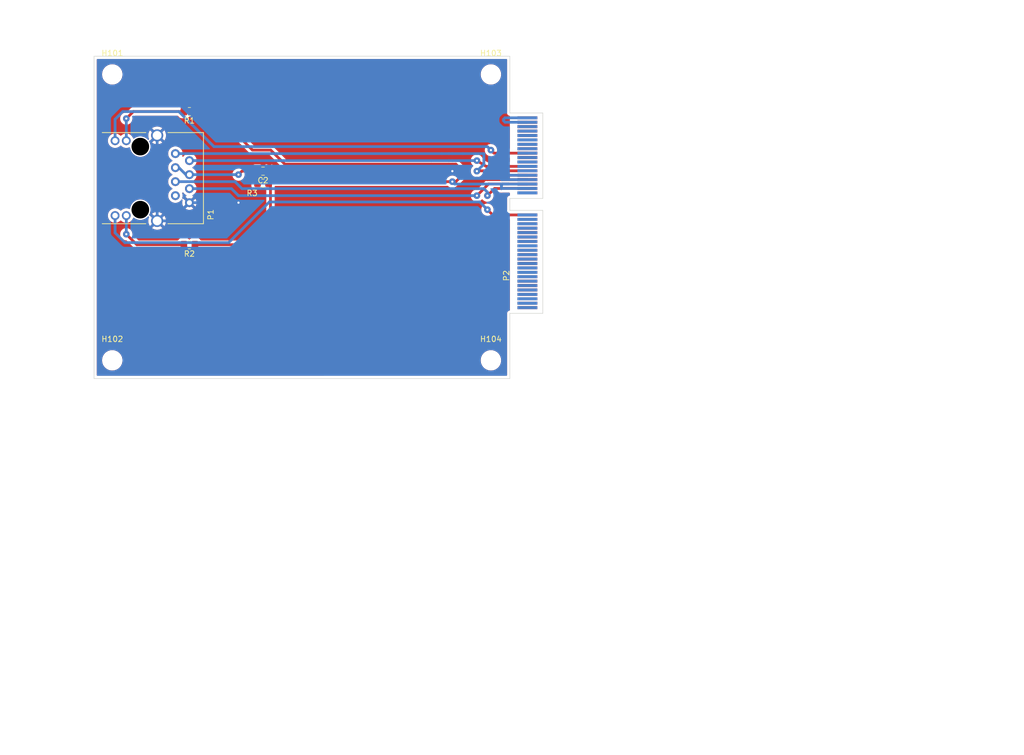
<source format=kicad_pcb>
(kicad_pcb (version 20221018) (generator pcbnew)
  (layers (0 "F.Cu" signal) (31 "B.Cu" signal) (34 "B.Paste" user) (35 "F.Paste" user) (36 "B.SilkS" user "B.Silkscreen") (37 "F.SilkS" user "F.Silkscreen") (38 "B.Mask" user) (39 "F.Mask" user) (44 "Edge.Cuts" user))
  (net 0 "")
  (net 1 "GND")
  (net 2 "Net-(C2-Pad2)")
  (net 3 "LED2")
  (net 4 "TX+")
  (net 5 "TX-")
  (net 6 "RX+")
  (net 7 "RX-")
  (net 8 "LED1")
  (net 10 "Net-(P1-D1)")
  (net 11 "Net-(P1-D3)")
  (net 57 "+3.3V")
  (net 78 "Net-(P2-Pin_78)")
  (footprint "Capacitor_SMD:C_0805_2012Metric_Pad1.18x1.45mm_HandSolder" (layer "F.Cu") (at 142.875 80.01 180)
    (fp_text reference "C2" (at 0 -1.68 180) (layer "F.SilkS"))
    (fp_text value "1n")
    (fp_line (start -0.261252 -0.735) (end 0.261252 -0.735) (stroke (width 0.12)) (layer "F.SilkS"))
    (fp_line (start -0.261252 0.735) (end 0.261252 0.735) (stroke (width 0.12)) (layer "F.SilkS"))
    (pad "1" smd roundrect (at -1.0375 0 180) (size 1.175 1.45) (layers "F.Cu" "F.Paste" "F.Mask") (roundrect_rratio 0.2127659574) (net 1 "GND"))
    (pad "2" smd roundrect (at 1.0375 0 180) (size 1.175 1.45) (layers "F.Cu" "F.Paste" "F.Mask") (roundrect_rratio 0.2127659574) (net 2 "Net-(C2-Pad2)"))
  )
  (footprint "DSOXLAN:cardedge_40x2" (layer "F.Cu") (at 190.754 104.75)
    (fp_text reference "P2" (at -3.8 -5.8 90) (layer "F.SilkS"))
    (fp_text value "CONN_02X40" hide)
    (pad "1" connect rect (at 0 0) (size 3.6 0.55) (layers "F.Cu" "F.Mask"))
    (pad "2" connect rect (at 0 0) (size 3.6 0.55) (layers "B.Cu" "B.Mask"))
    (pad "3" connect rect (at 0 -0.8) (size 3.6 0.55) (layers "F.Cu" "F.Mask"))
    (pad "4" connect rect (at 0 -0.8) (size 3.6 0.55) (layers "B.Cu" "B.Mask"))
    (pad "5" connect rect (at 0 -1.6) (size 3.6 0.55) (layers "F.Cu" "F.Mask"))
    (pad "6" connect rect (at 0 -1.6) (size 3.6 0.55) (layers "B.Cu" "B.Mask"))
    (pad "7" connect rect (at 0 -2.4) (size 3.6 0.55) (layers "F.Cu" "F.Mask"))
    (pad "8" connect rect (at 0 -2.4) (size 3.6 0.55) (layers "B.Cu" "B.Mask"))
    (pad "9" connect rect (at 0 -3.2) (size 3.6 0.55) (layers "F.Cu" "F.Mask"))
    (pad "10" connect rect (at 0 -3.2) (size 3.6 0.55) (layers "B.Cu" "B.Mask"))
    (pad "11" connect rect (at 0 -4) (size 3.6 0.55) (layers "F.Cu" "F.Mask"))
    (pad "12" connect rect (at 0 -4) (size 3.6 0.55) (layers "B.Cu" "B.Mask"))
    (pad "13" connect rect (at 0 -4.8) (size 3.6 0.55) (layers "F.Cu" "F.Mask"))
    (pad "14" connect rect (at 0 -4.8) (size 3.6 0.55) (layers "B.Cu" "B.Mask"))
    (pad "15" connect rect (at 0 -5.6) (size 3.6 0.55) (layers "F.Cu" "F.Mask"))
    (pad "16" connect rect (at 0 -5.6) (size 3.6 0.55) (layers "B.Cu" "B.Mask"))
    (pad "17" connect rect (at 0 -6.4) (size 3.6 0.55) (layers "F.Cu" "F.Mask"))
    (pad "18" connect rect (at 0 -6.4) (size 3.6 0.55) (layers "B.Cu" "B.Mask"))
    (pad "19" connect rect (at 0 -7.2) (size 3.6 0.55) (layers "F.Cu" "F.Mask"))
    (pad "20" connect rect (at 0 -7.2) (size 3.6 0.55) (layers "B.Cu" "B.Mask"))
    (pad "21" connect rect (at 0 -8) (size 3.6 0.55) (layers "F.Cu" "F.Mask"))
    (pad "22" connect rect (at 0 -8) (size 3.6 0.55) (layers "B.Cu" "B.Mask"))
    (pad "23" connect rect (at 0 -8.8) (size 3.6 0.55) (layers "F.Cu" "F.Mask"))
    (pad "24" connect rect (at 0 -8.8) (size 3.6 0.55) (layers "B.Cu" "B.Mask"))
    (pad "25" connect rect (at 0 -9.6) (size 3.6 0.55) (layers "F.Cu" "F.Mask"))
    (pad "26" connect rect (at 0 -9.6) (size 3.6 0.55) (layers "B.Cu" "B.Mask"))
    (pad "27" connect rect (at 0 -10.4) (size 3.6 0.55) (layers "F.Cu" "F.Mask"))
    (pad "28" connect rect (at 0 -10.4) (size 3.6 0.55) (layers "B.Cu" "B.Mask"))
    (pad "29" connect rect (at 0 -11.2) (size 3.6 0.55) (layers "F.Cu" "F.Mask"))
    (pad "30" connect rect (at 0 -11.2) (size 3.6 0.55) (layers "B.Cu" "B.Mask"))
    (pad "31" connect rect (at 0 -12) (size 3.6 0.55) (layers "F.Cu" "F.Mask"))
    (pad "32" connect rect (at 0 -12) (size 3.6 0.55) (layers "B.Cu" "B.Mask"))
    (pad "33" connect rect (at 0 -12.8) (size 3.6 0.55) (layers "F.Cu" "F.Mask"))
    (pad "34" connect rect (at 0 -12.8) (size 3.6 0.55) (layers "B.Cu" "B.Mask"))
    (pad "35" connect rect (at 0 -13.6) (size 3.6 0.55) (layers "F.Cu" "F.Mask"))
    (pad "36" connect rect (at 0 -13.6) (size 3.6 0.55) (layers "B.Cu" "B.Mask"))
    (pad "37" connect rect (at 0 -14.4) (size 3.6 0.55) (layers "F.Cu" "F.Mask"))
    (pad "38" connect rect (at 0 -14.4) (size 3.6 0.55) (layers "B.Cu" "B.Mask"))
    (pad "39" connect rect (at 0 -15.2) (size 3.6 0.55) (layers "F.Cu" "F.Mask"))
    (pad "40" connect rect (at 0 -15.2) (size 3.6 0.55) (layers "B.Cu" "B.Mask"))
    (pad "41" connect rect (at 0 -16) (size 3.6 0.55) (layers "F.Cu" "F.Mask"))
    (pad "42" connect rect (at 0 -16) (size 3.6 0.55) (layers "B.Cu" "B.Mask"))
    (pad "43" connect rect (at 0 -16.8) (size 3.6 0.55) (layers "F.Cu" "F.Mask") (net 3 "LED2"))
    (pad "44" connect rect (at 0 -16.8) (size 3.6 0.55) (layers "B.Cu" "B.Mask"))
    (pad "45" connect rect (at 0 -20.8) (size 3.6 0.55) (layers "F.Cu" "F.Mask"))
    (pad "46" connect rect (at 0 -20.8) (size 3.6 0.55) (layers "B.Cu" "B.Mask"))
    (pad "47" connect rect (at 0 -21.6) (size 3.6 0.55) (layers "F.Cu" "F.Mask") (net 4 "TX+"))
    (pad "48" connect rect (at 0 -21.6) (size 3.6 0.55) (layers "B.Cu" "B.Mask") (net 57 "+3.3V"))
    (pad "49" connect rect (at 0 -22.4) (size 3.6 0.55) (layers "F.Cu" "F.Mask") (net 5 "TX-"))
    (pad "50" connect rect (at 0 -22.4) (size 3.6 0.55) (layers "B.Cu" "B.Mask") (net 57 "+3.3V"))
    (pad "51" connect rect (at 0 -23.2) (size 3.6 0.55) (layers "F.Cu" "F.Mask") (net 1 "GND"))
    (pad "52" connect rect (at 0 -23.2) (size 3.6 0.55) (layers "B.Cu" "B.Mask") (net 1 "GND"))
    (pad "53" connect rect (at 0 -24) (size 3.6 0.55) (layers "F.Cu" "F.Mask") (net 1 "GND"))
    (pad "54" connect rect (at 0 -24) (size 3.6 0.55) (layers "B.Cu" "B.Mask") (net 1 "GND"))
    (pad "55" connect rect (at 0 -24.8) (size 3.6 0.55) (layers "F.Cu" "F.Mask") (net 6 "RX+"))
    (pad "56" connect rect (at 0 -24.8) (size 3.6 0.55) (layers "B.Cu" "B.Mask"))
    (pad "57" connect rect (at 0 -25.6) (size 3.6 0.55) (layers "F.Cu" "F.Mask") (net 7 "RX-"))
    (pad "58" connect rect (at 0 -25.6) (size 3.6 0.55) (layers "B.Cu" "B.Mask"))
    (pad "59" connect rect (at 0 -26.4) (size 3.6 0.55) (layers "F.Cu" "F.Mask"))
    (pad "60" connect rect (at 0 -26.4) (size 3.6 0.55) (layers "B.Cu" "B.Mask"))
    (pad "61" connect rect (at 0 -27.2) (size 3.6 0.55) (layers "F.Cu" "F.Mask"))
    (pad "62" connect rect (at 0 -27.2) (size 3.6 0.55) (layers "B.Cu" "B.Mask"))
    (pad "63" connect rect (at 0 -28) (size 3.6 0.55) (layers "F.Cu" "F.Mask") (net 8 "LED1"))
    (pad "64" connect rect (at 0 -28) (size 3.6 0.55) (layers "B.Cu" "B.Mask"))
    (pad "65" connect rect (at 0 -28.8) (size 3.6 0.55) (layers "F.Cu" "F.Mask"))
    (pad "66" connect rect (at 0 -28.8) (size 3.6 0.55) (layers "B.Cu" "B.Mask"))
    (pad "67" connect rect (at 0 -29.6) (size 3.6 0.55) (layers "F.Cu" "F.Mask"))
    (pad "68" connect rect (at 0 -29.6) (size 3.6 0.55) (layers "B.Cu" "B.Mask"))
    (pad "69" connect rect (at 0 -30.4) (size 3.6 0.55) (layers "F.Cu" "F.Mask"))
    (pad "70" connect rect (at 0 -30.4) (size 3.6 0.55) (layers "B.Cu" "B.Mask"))
    (pad "71" connect rect (at 0 -31.2) (size 3.6 0.55) (layers "F.Cu" "F.Mask"))
    (pad "72" connect rect (at 0 -31.2) (size 3.6 0.55) (layers "B.Cu" "B.Mask"))
    (pad "73" connect rect (at 0 -32) (size 3.6 0.55) (layers "F.Cu" "F.Mask"))
    (pad "74" connect rect (at 0 -32) (size 3.6 0.55) (layers "B.Cu" "B.Mask"))
    (pad "75" connect rect (at 0 -32.8) (size 3.6 0.55) (layers "F.Cu" "F.Mask"))
    (pad "76" connect rect (at 0 -32.8) (size 3.6 0.55) (layers "B.Cu" "B.Mask"))
    (pad "77" connect rect (at 0 -33.6) (size 3.6 0.55) (layers "F.Cu" "F.Mask"))
    (pad "78" connect rect (at 0 -33.6) (size 3.6 0.55) (layers "B.Cu" "B.Mask") (net 78 "Net-(P2-Pin_78)"))
    (pad "79" connect rect (at 0 -34.4) (size 3.6 0.55) (layers "F.Cu" "F.Mask"))
    (pad "80" connect rect (at 0 -34.4) (size 3.6 0.55) (layers "B.Cu" "B.Mask") (net 78 "Net-(P2-Pin_78)"))
  )
  (footprint "Resistor_SMD:R_0805_2012Metric_Pad1.20x1.40mm_HandSolder" (layer "F.Cu") (at 129.54 69.215 180)
    (fp_text reference "R1" (at 0 -1.65 180) (layer "F.SilkS"))
    (fp_text value "220R")
    (fp_line (start -0.227064 -0.735) (end 0.227064 -0.735) (stroke (width 0.12)) (layer "F.SilkS"))
    (fp_line (start -0.227064 0.735) (end 0.227064 0.735) (stroke (width 0.12)) (layer "F.SilkS"))
    (pad "1" smd roundrect (at -1 0 180) (size 1.2 1.4) (layers "F.Cu" "F.Paste" "F.Mask") (roundrect_rratio 0.2083333333) (net 57 "+3.3V"))
    (pad "2" smd roundrect (at 1 0 180) (size 1.2 1.4) (layers "F.Cu" "F.Paste" "F.Mask") (roundrect_rratio 0.2083333333) (net 10 "Net-(P1-D1)"))
  )
  (footprint "Resistor_SMD:R_0805_2012Metric_Pad1.20x1.40mm_HandSolder" (layer "F.Cu") (at 129.54 93.345 180)
    (fp_text reference "R2" (at 0 -1.65 180) (layer "F.SilkS"))
    (fp_text value "220R")
    (fp_line (start -0.227064 -0.735) (end 0.227064 -0.735) (stroke (width 0.12)) (layer "F.SilkS"))
    (fp_line (start -0.227064 0.735) (end 0.227064 0.735) (stroke (width 0.12)) (layer "F.SilkS"))
    (pad "1" smd roundrect (at -1 0 180) (size 1.2 1.4) (layers "F.Cu" "F.Paste" "F.Mask") (roundrect_rratio 0.2083333333) (net 57 "+3.3V"))
    (pad "2" smd roundrect (at 1 0 180) (size 1.2 1.4) (layers "F.Cu" "F.Paste" "F.Mask") (roundrect_rratio 0.2083333333) (net 11 "Net-(P1-D3)"))
  )
  (footprint "Resistor_SMD:R_0805_2012Metric_Pad1.20x1.40mm_HandSolder" (layer "F.Cu") (at 142.875 82.2 180)
    (fp_text reference "R3" (at 1.975 -1.8 180) (layer "F.SilkS"))
    (fp_text value "10R")
    (fp_line (start -0.227064 -0.735) (end 0.227064 -0.735) (stroke (width 0.12)) (layer "F.SilkS"))
    (fp_line (start -0.227064 0.735) (end 0.227064 0.735) (stroke (width 0.12)) (layer "F.SilkS"))
    (pad "1" smd roundrect (at -1 0 180) (size 1.2 1.4) (layers "F.Cu" "F.Paste" "F.Mask") (roundrect_rratio 0.2083333333) (net 57 "+3.3V"))
    (pad "2" smd roundrect (at 1 0 180) (size 1.2 1.4) (layers "F.Cu" "F.Paste" "F.Mask") (roundrect_rratio 0.2083333333) (net 2 "Net-(C2-Pad2)"))
  )
  (footprint "DSOXLAN:ETH-MAGJACK" (layer "F.Cu") (at 120.65 81.28 -90)
    (fp_text reference "P1" (at 6.62 -12.75 90) (layer "F.SilkS"))
    (fp_text value "CNT-RJ45" hide)
    (fp_line (start -8.255 -11.43) (end -8.255 -5) (stroke (width 0.15)) (layer "F.SilkS"))
    (fp_line (start -8.255 -1) (end -8.255 6.9) (stroke (width 0.15)) (layer "F.SilkS"))
    (fp_line (start 8.255 -11.43) (end -8.255 -11.43) (stroke (width 0.15)) (layer "F.SilkS"))
    (fp_line (start 8.255 -5) (end 8.255 -11.43) (stroke (width 0.15)) (layer "F.SilkS"))
    (fp_line (start 8.255 6.9) (end 8.255 -1) (stroke (width 0.15)) (layer "F.SilkS"))
    (pad "" np_thru_hole circle (at -5.715 0 270) (size 3.2 3.2) (drill 3.2) (layers "*.Mask"))
    (pad "" np_thru_hole circle (at 5.715 0 270) (size 3.2 3.2) (drill 3.2) (layers "*.Mask"))
    (pad "1" thru_hole circle (at -4.445 -6.35 270) (size 1.6 1.6) (drill 0.9) (layers "*.Cu" "*.Mask") (net 6 "RX+"))
    (pad "2" thru_hole circle (at -3.175 -8.89 270) (size 1.6 1.6) (drill 0.9) (layers "*.Cu" "*.Mask") (net 7 "RX-"))
    (pad "3" thru_hole circle (at -1.905 -6.35 270) (size 1.6 1.6) (drill 0.9) (layers "*.Cu" "*.Mask") (net 2 "Net-(C2-Pad2)"))
    (pad "4" thru_hole circle (at -0.635 -8.89 270) (size 1.6 1.6) (drill 0.9) (layers "*.Cu" "*.Mask") (net 2 "Net-(C2-Pad2)"))
    (pad "5" thru_hole circle (at 0.635 -6.35 270) (size 1.6 1.6) (drill 0.9) (layers "*.Cu" "*.Mask") (net 4 "TX+"))
    (pad "6" thru_hole circle (at 1.905 -8.89 270) (size 1.6 1.6) (drill 0.9) (layers "*.Cu" "*.Mask") (net 5 "TX-"))
    (pad "7" thru_hole circle (at 3.175 -6.35 270) (size 1.6 1.6) (drill 0.9) (layers "*.Cu" "*.Mask"))
    (pad "8" thru_hole circle (at 4.445 -8.89 270) (size 1.6 1.6) (drill 0.9) (layers "*.Cu" "*.Mask") (net 1 "GND"))
    (pad "9" thru_hole circle (at -7.747 -3.048 270) (size 2.2 2.2) (drill 1.6) (layers "*.Cu" "*.Mask") (net 1 "GND"))
    (pad "10" thru_hole circle (at 7.747 -3.048 270) (size 2.2 2.2) (drill 1.6) (layers "*.Cu" "*.Mask") (net 1 "GND"))
    (pad "11" thru_hole circle (at -6.7818 2.54 270) (size 1.6 1.6) (drill 1) (layers "*.Cu" "*.Mask") (net 10 "Net-(P1-D1)"))
    (pad "12" thru_hole circle (at -6.7818 4.572 270) (size 1.6 1.6) (drill 1) (layers "*.Cu" "*.Mask") (net 8 "LED1"))
    (pad "13" thru_hole circle (at 6.7818 2.54 270) (size 1.6 1.6) (drill 1) (layers "*.Cu" "*.Mask") (net 11 "Net-(P1-D3)"))
    (pad "14" thru_hole circle (at 6.7818 4.572 270) (size 1.6 1.6) (drill 1) (layers "*.Cu" "*.Mask") (net 3 "LED2"))
  )
  (footprint "MountingHole:MountingHole_3.2mm_M3_ISO7380" (layer "F.Cu") (at 115.57 114.3)
    (fp_text reference "H102" (at 0 -3.85) (layer "F.SilkS"))
    (fp_text value "MountingHole")
    (pad "" np_thru_hole circle (at 0 0) (size 3.2 3.2) (drill 3.2) (layers "*.Cu" "*.Mask"))
  )
  (footprint "MountingHole:MountingHole_3.2mm_M3_ISO7380" (layer "F.Cu") (at 115.57 62.484)
    (fp_text reference "H101" (at 0 -3.85) (layer "F.SilkS"))
    (fp_text value "MountingHole")
    (pad "" np_thru_hole circle (at 0 0) (size 3.2 3.2) (drill 3.2) (layers "*.Cu" "*.Mask"))
  )
  (footprint "MountingHole:MountingHole_3.2mm_M3_ISO7380" (layer "F.Cu") (at 184.15 62.484)
    (fp_text reference "H103" (at 0 -3.85) (layer "F.SilkS"))
    (fp_text value "MountingHole")
    (pad "" np_thru_hole circle (at 0 0) (size 3.2 3.2) (drill 3.2) (layers "*.Cu" "*.Mask"))
  )
  (footprint "MountingHole:MountingHole_3.2mm_M3_ISO7380" (layer "F.Cu") (at 184.15 114.3)
    (fp_text reference "H104" (at 0 -3.85) (layer "F.SilkS"))
    (fp_text value "MountingHole")
    (pad "" np_thru_hole circle (at 0 0) (size 3.2 3.2) (drill 3.2) (layers "*.Cu" "*.Mask"))
  )
  (footprint "Symbol:OSHW-Symbol_6.7x6mm_Copper" (layer "F.Cu") (at 149.4 112.8)
    (fp_text reference "SYM101" hide)
    (fp_text value "Logo_Open_Hardware_Small" hide)
    (fp_poly (pts (xy 0.555814 -2.531069) (xy 0.639635 -2.086445) (xy 0.94892 -1.958947) (xy 1.258206 -1.831449) (xy 1.629246 -2.083754) (xy 1.733157 -2.154004) (xy 1.827087 -2.216728) (xy 1.906652 -2.269062) (xy 1.96747 -2.308143) (xy 2.005157 -2.331107) (xy 2.015421 -2.336058) (xy 2.03391 -2.323324) (xy 2.07342 -2.288118) (xy 2.129522 -2.234938) (xy 2.197787 -2.168282) (xy 2.273786 -2.092646) (xy 2.353092 -2.012528) (xy 2.431275 -1.932426) (xy 2.503907 -1.856836) (xy 2.566559 -1.790255) (xy 2.614803 -1.737182) (xy 2.64421 -1.702113) (xy 2.651241 -1.690377) (xy 2.641123 -1.66874) (xy 2.612759 -1.621338) (xy 2.569129 -1.552807) (xy 2.513218 -1.467785) (xy 2.448006 -1.370907) (xy 2.410219 -1.31565) (xy 2.341343 -1.214752) (xy 2.28014 -1.123701) (xy 2.229578 -1.04703) (xy 2.192628 -0.989272) (xy 2.172258 -0.954957) (xy 2.169197 -0.947746) (xy 2.176136 -0.927252) (xy 2.195051 -0.879487) (xy 2.223087 -0.811168) (xy 2.257391 -0.729011) (xy 2.295109 -0.63973) (xy 2.333387 -0.550042) (xy 2.36937 -0.466662) (xy 2.400206 -0.396306) (xy 2.423039 -0.34569) (xy 2.435017 -0.321529) (xy 2.435724 -0.320578) (xy 2.454531 -0.315964) (xy 2.504618 -0.305672) (xy 2.580793 -0.290713) (xy 2.677865 -0.272099) (xy 2.790643 -0.250841) (xy 2.856442 -0.238582) (xy 2.97695 -0.215638) (xy 3.085797 -0.193805) (xy 3.177476 -0.174278) (xy 3.246481 -0.158252) (xy 3.287304 -0.146921) (xy 3.295511 -0.143326) (xy 3.303548 -0.118994) (xy 3.310033 -0.064041) (xy 3.31497 0.015108) (xy 3.318364 0.112026) (xy 3.320218 0.220287) (xy 3.320538 0.333465) (xy 3.319327 0.445135) (xy 3.31659 0.548868) (xy 3.312331 0.638241) (xy 3.306555 0.706826) (xy 3.299267 0.748197) (xy 3.294895 0.75681) (xy 3.268764 0.767133) (xy 3.213393 0.781892) (xy 3.136107 0.799352) (xy 3.04423 0.81778) (xy 3.012158 0.823741) (xy 2.857524 0.852066) (xy 2.735375 0.874876) (xy 2.641673 0.89308) (xy 2.572384 0.907583) (xy 2.523471 0.919292) (xy 2.490897 0.929115) (xy 2.470628 0.937956) (xy 2.458626 0.946724) (xy 2.456947 0.948457) (xy 2.440184 0.976371) (xy 2.414614 1.030695) (xy 2.382788 1.104777) (xy 2.34726 1.191965) (xy 2.310583 1.285608) (xy 2.275311 1.379052) (xy 2.243996 1.465647) (xy 2.219193 1.53874) (xy 2.203454 1.591678) (xy 2.199332 1.617811) (xy 2.199676 1.618726) (xy 2.213641 1.640086) (xy 2.245322 1.687084) (xy 2.291391 1.754827) (xy 2.348518 1.838423) (xy 2.413373 1.932982) (xy 2.431843 1.959854) (xy 2.497699 2.057275) (xy 2.55565 2.146163) (xy 2.602538 2.221412) (xy 2.635207 2.27792) (xy 2.6505 2.310581) (xy 2.651241 2.314593) (xy 2.638392 2.335684) (xy 2.602888 2.377464) (xy 2.549293 2.435445) (xy 2.482171 2.505135) (xy 2.406087 2.582045) (xy 2.325604 2.661683) (xy 2.245287 2.739561) (xy 2.169699 2.811186) (xy 2.103405 2.87207) (xy 2.050969 2.917721) (xy 2.016955 2.94365) (xy 2.007545 2.947883) (xy 1.985643 2.937912) (xy 1.9408 2.91102) (xy 1.880321 2.871736) (xy 1.833789 2.840117) (xy 1.749475 2.782098) (xy 1.649626 2.713784) (xy 1.549473 2.645579) (xy 1.495627 2.609075) (xy 1.313371 2.4858) (xy 1.160381 2.56852) (xy 1.090682 2.604759) (xy 1.031414 2.632926) (xy 0.991311 2.648991) (xy 0.981103 2.651226) (xy 0.968829 2.634722) (xy 0.944613 2.588082) (xy 0.910263 2.515609) (xy 0.867588 2.421606) (xy 0.818394 2.310374) (xy 0.76449 2.186215) (xy 0.707684 2.053432) (xy 0.649782 1.916327) (xy 0.592593 1.779202) (xy 0.537924 1.646358) (xy 0.487584 1.522098) (xy 0.44338 1.410725) (xy 0.407119 1.316539) (xy 0.380609 1.243844) (xy 0.365658 1.196941) (xy 0.363254 1.180833) (xy 0.382311 1.160286) (xy 0.424036 1.126933) (xy 0.479706 1.087702) (xy 0.484378 1.084599) (xy 0.628264 0.969423) (xy 0.744283 0.835053) (xy 0.83143 0.685784) (xy 0.888699 0.525913) (xy 0.915086 0.359737) (xy 0.909585 0.191552) (xy 0.87119 0.025655) (xy 0.798895 -0.133658) (xy 0.777626 -0.168513) (xy 0.666996 -0.309263) (xy 0.536302 -0.422286) (xy 0.390064 -0.506997) (xy 0.232808 -0.562806) (xy 0.069057 -0.589126) (xy -0.096667 -0.58537) (xy -0.259838 -0.55095) (xy -0.415935 -0.485277) (xy -0.560433 -0.387765) (xy -0.605131 -0.348187) (xy -0.718888 -0.224297) (xy -0.801782 -0.093876) (xy -0.858644 0.052315) (xy -0.890313 0.197088) (xy -0.898131 0.35986) (xy -0.872062 0.52344) (xy -0.814755 0.682298) (xy -0.728856 0.830906) (xy -0.617014 0.963735) (xy -0.481877 1.075256) (xy -0.464117 1.087011) (xy -0.40785 1.125508) (xy -0.365077 1.158863) (xy -0.344628 1.18016) (xy -0.344331 1.180833) (xy -0.348721 1.203871) (xy -0.366124 1.256157) (xy -0.394732 1.33339) (xy -0.432735 1.431268) (xy -0.478326 1.545491) (xy -0.529697 1.671758) (xy -0.585038 1.805767) (xy -0.642542 1.943218) (xy -0.700399 2.079808) (xy -0.756802 2.211237) (xy -0.809942 2.333205) (xy -0.85801 2.441409) (xy -0.899199 2.531549) (xy -0.931699 2.599323) (xy -0.953703 2.64043) (xy -0.962564 2.651226) (xy -0.98964 2.642819) (xy -1.040303 2.620272) (xy -1.105817 2.587613) (xy -1.141841 2.56852) (xy -1.294832 2.4858) (xy -1.477088 2.609075) (xy -1.570125 2.672228) (xy -1.671985 2.741727) (xy -1.767438 2.807165) (xy -1.81525 2.840117) (xy -1.882495 2.885273) (xy -1.939436 2.921057) (xy -1.978646 2.942938) (xy -1.991381 2.947563) (xy -2.009917 2.935085) (xy -2.050941 2.900252) (xy -2.110475 2.846678) (xy -2.184542 2.777983) (xy -2.269165 2.697781) (xy -2.322685 2.646286) (xy -2.416319 2.554286) (xy -2.497241 2.471999) (xy -2.562177 2.402945) (xy -2.607858 2.350644) (xy -2.631011 2.318616) (xy -2.633232 2.312116) (xy -2.622924 2.287394) (xy -2.594439 2.237405) (xy -2.550937 2.167212) (xy -2.495577 2.081875) (xy -2.43152 1.986456) (xy -2.413303 1.959854) (xy -2.346927 1.863167) (xy -2.287378 1.776117) (xy -2.237984 1.703595) (xy -2.202075 1.650493) (xy -2.182981 1.621703) (xy -2.181136 1.618726) (xy -2.183895 1.595782) (xy -2.198538 1.545336) (xy -2.222513 1.474041) (xy -2.253266 1.388547) (xy -2.288244 1.295507) (xy -2.324893 1.201574) (xy -2.360661 1.113399) (xy -2.392994 1.037634) (xy -2.419338 0.980931) (xy -2.437142 0.949943) (xy -2.438407 0.948457) (xy -2.449294 0.939601) (xy -2.467682 0.930843) (xy -2.497606 0.921277) (xy -2.543103 0.909996) (xy -2.608209 0.896093) (xy -2.696961 0.878663) (xy -2.813393 0.856798) (xy -2.961542 0.829591) (xy -2.993618 0.823741) (xy -3.088686 0.805374) (xy -3.171565 0.787405) (xy -3.23493 0.771569) (xy -3.271458 0.7596) (xy -3.276356 0.75681) (xy -3.284427 0.732072) (xy -3.290987 0.67679) (xy -3.296033 0.597389) (xy -3.299559 0.500296) (xy -3.301561 0.391938) (xy -3.302036 0.27874) (xy -3.300977 0.167128) (xy -3.298382 0.063529) (xy -3.294246 -0.025632) (xy -3.288563 -0.093928) (xy -3.281331 -0.134934) (xy -3.276971 -0.143326) (xy -3.252698 -0.151792) (xy -3.197426 -0.165565) (xy -3.116662 -0.18345) (xy -3.015912 -0.204252) (xy -2.900683 -0.226777) (xy -2.837902 -0.238582) (xy -2.718787 -0.260849) (xy -2.612565 -0.281021) (xy -2.524427 -0.298085) (xy -2.459566 -0.311031) (xy -2.423174 -0.318845) (xy -2.417184 -0.320578) (xy -2.407061 -0.34011) (xy -2.385662 -0.387157) (xy -2.355839 -0.454997) (xy -2.320445 -0.536909) (xy -2.282332 -0.626172) (xy -2.244353 -0.716065) (xy -2.20936 -0.799865) (xy -2.180206 -0.870853) (xy -2.159743 -0.922306) (xy -2.150823 -0.947503) (xy -2.150657 -0.948604) (xy -2.160769 -0.968481) (xy -2.189117 -1.014223) (xy -2.232723 -1.081283) (xy -2.288606 -1.165116) (xy -2.353787 -1.261174) (xy -2.391679 -1.31635) (xy -2.460725 -1.417519) (xy -2.52205 -1.50937) (xy -2.572663 -1.587256) (xy -2.609571 -1.646531) (xy -2.629782 -1.682549) (xy -2.632701 -1.690623) (xy -2.620153 -1.709416) (xy -2.585463 -1.749543) (xy -2.533063 -1.806507) (xy -2.467384 -1.875815) (xy -2.392856 -1.952969) (xy -2.313913 -2.033475) (xy -2.234983 -2.112837) (xy -2.1605 -2.18656) (xy -2.094894 -2.250148) (xy -2.042596 -2.299106) (xy -2.008039 -2.328939) (xy -1.996478 -2.336058) (xy -1.977654 -2.326047) (xy -1.932631 -2.297922) (xy -1.865787 -2.254546) (xy -1.781499 -2.198782) (xy -1.684144 -2.133494) (xy -1.610707 -2.083754) (xy -1.239667 -1.831449) (xy -0.621095 -2.086445) (xy -0.537275 -2.531069) (xy -0.453454 -2.975693) (xy 0.471994 -2.975693) (xy 0.555814 -2.531069)) (stroke (width 0.01)) (fill solid) (layer "F.Cu"))
  )
  (gr_line (start 193.548 69.469) (end 187.579 69.469) (stroke (width 0.1)) (layer "Edge.Cuts"))
  (gr_line (start 179.578 117.602) (end 187.579 117.602) (stroke (width 0.1)) (layer "Edge.Cuts"))
  (gr_line (start 187.579 105.791) (end 193.548 105.791) (stroke (width 0.1)) (layer "Edge.Cuts"))
  (gr_line (start 187.579 69.469) (end 187.579 59.182) (stroke (width 0.1)) (layer "Edge.Cuts"))
  (gr_line (start 193.548 84.963) (end 193.548 69.469) (stroke (width 0.1)) (layer "Edge.Cuts"))
  (gr_line (start 193.548 105.791) (end 193.548 87.122) (stroke (width 0.1)) (layer "Edge.Cuts"))
  (gr_line (start 187.579 117.602) (end 187.579 105.791) (stroke (width 0.1)) (layer "Edge.Cuts"))
  (gr_line (start 112.268 117.602) (end 179.578 117.602) (stroke (width 0.1)) (layer "Edge.Cuts"))
  (gr_line (start 187.579 59.182) (end 112.268 59.182) (stroke (width 0.1)) (layer "Edge.Cuts"))
  (gr_line (start 187.579 87.122) (end 187.579 84.963) (stroke (width 0.1)) (layer "Edge.Cuts"))
  (gr_line (start 193.548 87.122) (end 187.579 87.122) (stroke (width 0.1)) (layer "Edge.Cuts"))
  (gr_line (start 187.579 84.963) (end 193.548 84.963) (stroke (width 0.1)) (layer "Edge.Cuts"))
  (gr_line (start 112.268 59.182) (end 112.268 117.602) (stroke (width 0.1)) (layer "Edge.Cuts"))
  (gr_text "DIY DSOXLAN\nAW 2014-12-13\nDL8DTL 2024-05-18" (at 167.1 113) (layer "F.Cu") (effects (font (size 1.5 1.5) (thickness 0.3))))
  (segment (start 138.43 85.725) (end 136.525 83.82) (width 0.5) (layer "F.Cu") (net 1))
  (segment (start 136.525 83.82) (end 136.525 80.01) (width 0.5) (layer "F.Cu") (net 1))
  (segment (start 136.525 80.01) (end 138.43 78.105) (width 0.5) (layer "F.Cu") (net 1))
  (segment (start 138.43 78.105) (end 144.145 78.105) (width 0.5) (layer "F.Cu") (net 1))
  (segment (start 144.145 78.105) (end 144.125 78.125) (width 0.5) (layer "F.Cu") (net 1))
  (segment (start 144.125 78.125) (end 144.125 80.01) (width 0.5) (layer "F.Cu") (net 1))
  (segment (start 183.404 81.55) (end 183.388 81.534) (width 0.5) (layer "F.Cu") (net 1))
  (segment (start 183.388 81.534) (end 183.388 81.212002) (width 0.5) (layer "F.Cu") (net 1))
  (segment (start 183.388 81.212002) (end 183.850002 80.75) (width 0.5) (layer "F.Cu") (net 1))
  (segment (start 183.850002 80.75) (end 190.754 80.75) (width 0.5) (layer "F.Cu") (net 1))
  (segment (start 190.754 81.55) (end 183.404 81.55) (width 0.5) (layer "F.Cu") (net 1))
  (segment (start 144.125 80.01) (end 177.165 80.01) (width 0.5) (layer "F.Cu") (net 1))
  (via (at 138.43 85.725) (size 1.2) (drill 0.4) (layers "F.Cu" "B.Cu") (net 1))
  (via (at 177.165 80.01) (size 1.2) (drill 0.4) (layers "F.Cu" "B.Cu") (net 1))
  (segment (start 186.100998 81.55) (end 186.055 81.504002) (width 0.5) (layer "B.Cu") (net 1))
  (segment (start 186.055 81.504002) (end 186.055 81.28) (width 0.5) (layer "B.Cu") (net 1))
  (segment (start 177.165 80.01) (end 178.435 81.28) (width 0.5) (layer "B.Cu") (net 1))
  (segment (start 178.435 81.28) (end 181.61 81.28) (width 0.5) (layer "B.Cu") (net 1))
  (segment (start 181.61 81.28) (end 182.245 81.28) (width 0.5) (layer "B.Cu") (net 1))
  (segment (start 182.245 81.28) (end 186.055 81.28) (width 0.5) (layer "B.Cu") (net 1))
  (segment (start 186.585 80.75) (end 186.055 81.28) (width 0.5) (layer "B.Cu") (net 1))
  (segment (start 126.238 89.027) (end 129.54 85.725) (width 0.5) (layer "B.Cu") (net 1))
  (segment (start 190.754 81.55) (end 186.100998 81.55) (width 0.5) (layer "B.Cu") (net 1))
  (segment (start 123.698 89.027) (end 126.238 89.027) (width 0.5) (layer "B.Cu") (net 1))
  (segment (start 190.754 80.75) (end 186.585 80.75) (width 0.5) (layer "B.Cu") (net 1))
  (segment (start 123.698 89.027) (end 123.698 73.533) (width 0.5) (layer "B.Cu") (net 1))
  (segment (start 129.54 85.725) (end 138.43 85.725) (width 0.5) (layer "B.Cu") (net 1))
  (segment (start 141.875 80.0475) (end 141.8375 80.01) (width 0.5) (layer "F.Cu") (net 2))
  (segment (start 141.875 82.2) (end 141.875 80.0475) (width 0.5) (layer "F.Cu") (net 2))
  (segment (start 139.065 80.01) (end 138.43 80.645) (width 0.5) (layer "F.Cu") (net 2))
  (segment (start 141.8375 80.01) (end 139.065 80.01) (width 0.5) (layer "F.Cu") (net 2))
  (via (at 138.43 80.645) (size 1.2) (drill 0.4) (layers "F.Cu" "B.Cu") (net 2))
  (segment (start 127.635 79.375) (end 128.905 80.645) (width 0.5) (layer "B.Cu") (net 2))
  (segment (start 128.905 80.645) (end 129.54 80.645) (width 0.5) (layer "B.Cu") (net 2))
  (segment (start 127 79.375) (end 127.635 79.375) (width 0.5) (layer "B.Cu") (net 2))
  (segment (start 129.54 80.645) (end 138.43 80.645) (width 0.5) (layer "B.Cu") (net 2))
  (segment (start 183.515 86.995) (end 184.47 87.95) (width 0.5) (layer "F.Cu") (net 3))
  (segment (start 184.47 87.95) (end 190.754 87.95) (width 0.5) (layer "F.Cu") (net 3))
  (via (at 183.515 86.995) (size 1.2) (drill 0.4) (layers "F.Cu" "B.Cu") (net 3))
  (segment (start 116.078 91.186) (end 117.856 92.964) (width 0.5) (layer "B.Cu") (net 3))
  (segment (start 117.856 92.964) (end 136.652 92.964) (width 0.5) (layer "B.Cu") (net 3))
  (segment (start 136.652 92.964) (end 144.018 85.598) (width 0.5) (layer "B.Cu") (net 3))
  (segment (start 144.018 85.598) (end 182.118 85.598) (width 0.5) (layer "B.Cu") (net 3))
  (segment (start 182.118 85.598) (end 183.515 86.995) (width 0.5) (layer "B.Cu") (net 3))
  (segment (start 116.078 88.0618) (end 116.078 91.186) (width 0.5) (layer "B.Cu") (net 3))
  (segment (start 183.515 84.455) (end 184.82 83.15) (width 0.5) (layer "F.Cu") (net 4))
  (segment (start 184.82 83.15) (end 190.754 83.15) (width 0.5) (layer "F.Cu") (net 4))
  (via (at 183.515 84.455) (size 1.2) (drill 0.4) (layers "F.Cu" "B.Cu") (net 4))
  (segment (start 137.795 81.915) (end 139.065 83.185) (width 0.5) (layer "B.Cu") (net 4))
  (segment (start 139.065 83.185) (end 182.88 83.185) (width 0.5) (layer "B.Cu") (net 4))
  (segment (start 182.88 83.185) (end 183.515 83.82) (width 0.5) (layer "B.Cu") (net 4))
  (segment (start 183.515 83.82) (end 183.515 84.455) (width 0.5) (layer "B.Cu") (net 4))
  (segment (start 127 81.915) (end 137.795 81.915) (width 0.5) (layer "B.Cu") (net 4))
  (segment (start 183.715 82.35) (end 181.61 84.455) (width 0.5) (layer "F.Cu") (net 5))
  (segment (start 190.754 82.35) (end 183.715 82.35) (width 0.5) (layer "F.Cu") (net 5))
  (via (at 181.61 84.455) (size 1.2) (drill 0.4) (layers "F.Cu" "B.Cu") (net 5))
  (segment (start 181.61 84.455) (end 138.43 84.455) (width 0.5) (layer "B.Cu") (net 5))
  (segment (start 138.43 84.455) (end 137.16 83.185) (width 0.5) (layer "B.Cu") (net 5))
  (segment (start 137.16 83.185) (end 129.54 83.185) (width 0.5) (layer "B.Cu") (net 5))
  (segment (start 181.61 80.01) (end 181.67 79.95) (width 0.5) (layer "F.Cu") (net 6))
  (segment (start 181.67 79.95) (end 190.754 79.95) (width 0.5) (layer "F.Cu") (net 6))
  (via (at 181.61 80.01) (size 1.2) (drill 0.4) (layers "F.Cu" "B.Cu") (net 6))
  (segment (start 176.53 76.835) (end 177.165 76.835) (width 0.5) (layer "B.Cu") (net 6))
  (segment (start 177.165 76.835) (end 179.07 76.835) (width 0.5) (layer "B.Cu") (net 6))
  (segment (start 179.07 76.835) (end 182.88 76.835) (width 0.5) (layer "B.Cu") (net 6))
  (segment (start 182.88 76.835) (end 182.88 78.74) (width 0.5) (layer "B.Cu") (net 6))
  (segment (start 182.88 78.74) (end 181.61 80.01) (width 0.5) (layer "B.Cu") (net 6))
  (segment (start 127 76.835) (end 175.26 76.835) (width 0.5) (layer "B.Cu") (net 6))
  (segment (start 175.26 76.835) (end 176.53 76.835) (width 0.5) (layer "B.Cu") (net 6))
  (segment (start 183.29 79.15) (end 181.61 78.105) (width 0.5) (layer "F.Cu") (net 7))
  (segment (start 190.754 79.15) (end 183.29 79.15) (width 0.5) (layer "F.Cu") (net 7))
  (via (at 181.61 78.105) (size 1.2) (drill 0.4) (layers "F.Cu" "B.Cu") (net 7))
  (segment (start 173.355 78.105) (end 129.54 78.105) (width 0.5) (layer "B.Cu") (net 7))
  (segment (start 176.53 78.105) (end 177.165 78.105) (width 0.5) (layer "B.Cu") (net 7))
  (segment (start 177.165 78.105) (end 181.61 78.105) (width 0.5) (layer "B.Cu") (net 7))
  (segment (start 173.355 78.105) (end 176.53 78.105) (width 0.5) (layer "B.Cu") (net 7))
  (segment (start 184.15 76.2) (end 184.7 76.75) (width 0.5) (layer "F.Cu") (net 8))
  (segment (start 184.7 76.75) (end 190.754 76.75) (width 0.5) (layer "F.Cu") (net 8))
  (via (at 184.15 76.2) (size 1.2) (drill 0.4) (layers "F.Cu" "B.Cu") (net 8))
  (segment (start 116.078 70.612) (end 117.475 69.215) (width 0.5) (layer "B.Cu") (net 8))
  (segment (start 117.475 69.215) (end 127.635 69.215) (width 0.5) (layer "B.Cu") (net 8))
  (segment (start 127.635 69.215) (end 133.985 75.565) (width 0.5) (layer "B.Cu") (net 8))
  (segment (start 133.985 75.565) (end 183.515 75.565) (width 0.5) (layer "B.Cu") (net 8))
  (segment (start 183.515 75.565) (end 184.15 76.2) (width 0.5) (layer "B.Cu") (net 8))
  (segment (start 116.078 74.4982) (end 116.078 70.612) (width 0.5) (layer "B.Cu") (net 8))
  (segment (start 119.38 69.215) (end 118.11 70.485) (width 0.5) (layer "F.Cu") (net 10))
  (segment (start 128.19 69.215) (end 119.38 69.215) (width 0.5) (layer "F.Cu") (net 10))
  (via (at 118.11 70.485) (size 1.2) (drill 0.4) (layers "F.Cu" "B.Cu") (net 10))
  (segment (start 118.11 70.485) (end 118.11 74.4982) (width 0.5) (layer "B.Cu") (net 10))
  (segment (start 120.015 93.345) (end 118.11 91.44) (width 0.5) (layer "F.Cu") (net 11))
  (segment (start 128.19 93.345) (end 120.015 93.345) (width 0.5) (layer "F.Cu") (net 11))
  (via (at 118.11 91.44) (size 1.2) (drill 0.4) (layers "F.Cu" "B.Cu") (net 11))
  (segment (start 118.11 91.44) (end 118.11 88.0618) (width 0.5) (layer "B.Cu") (net 11))
  (segment (start 177.8 81.915) (end 179.07 80.645) (width 0.5) (layer "F.Cu") (net 57))
  (segment (start 179.07 80.645) (end 179.07 80.518) (width 0.5) (layer "F.Cu") (net 57))
  (segment (start 140.97 76.2) (end 133.985 69.215) (width 0.5) (layer "F.Cu") (net 57))
  (segment (start 133.985 69.215) (end 130.89 69.215) (width 0.5) (layer "F.Cu") (net 57))
  (segment (start 179.07 80.01) (end 177.8 78.74) (width 0.5) (layer "F.Cu") (net 57))
  (segment (start 177.8 78.74) (end 146.812 78.74) (width 0.5) (layer "F.Cu") (net 57))
  (segment (start 146.812 78.74) (end 144.272 76.2) (width 0.5) (layer "F.Cu") (net 57))
  (segment (start 144.272 76.2) (end 140.97 76.2) (width 0.5) (layer "F.Cu") (net 57))
  (segment (start 143.875 82.2) (end 144.225 82.55) (width 0.5) (layer "F.Cu") (net 57))
  (segment (start 144.16 81.915) (end 143.875 82.2) (width 0.5) (layer "F.Cu") (net 57))
  (segment (start 177.165 81.915) (end 144.16 81.915) (width 0.5) (layer "F.Cu") (net 57))
  (segment (start 177.165 81.915) (end 177.8 81.915) (width 0.5) (layer "F.Cu") (net 57))
  (segment (start 144.225 82.55) (end 144.225 89.455) (width 0.5) (layer "F.Cu") (net 57))
  (segment (start 179.07 80.518) (end 179.07 80.01) (width 0.5) (layer "F.Cu") (net 57))
  (segment (start 140.335 93.345) (end 130.89 93.345) (width 0.5) (layer "F.Cu") (net 57))
  (segment (start 144.225 89.455) (end 140.335 93.345) (width 0.5) (layer "F.Cu") (net 57))
  (via (at 177.165 81.915) (size 1.2) (drill 0.4) (layers "F.Cu" "B.Cu") (net 57))
  (segment (start 186.255 82.35) (end 186.055 82.55) (width 0.5) (layer "B.Cu") (net 57))
  (segment (start 186.055 82.55) (end 186.055 83.185) (width 0.5) (layer "B.Cu") (net 57))
  (segment (start 186.055 83.185) (end 186.09 83.15) (width 0.5) (layer "B.Cu") (net 57))
  (segment (start 186.09 83.15) (end 190.754 83.15) (width 0.5) (layer "B.Cu") (net 57))
  (segment (start 187.325 82.35) (end 186.255 82.35) (width 0.5) (layer "B.Cu") (net 57))
  (segment (start 177.6 82.35) (end 177.165 81.915) (width 0.5) (layer "B.Cu") (net 57))
  (segment (start 187.325 82.35) (end 177.6 82.35) (width 0.5) (layer "B.Cu") (net 57))
  (segment (start 190.754 82.35) (end 187.325 82.35) (width 0.5) (layer "B.Cu") (net 57))
  (segment (start 186.72 71.15) (end 186.436 70.866) (width 0.5) (layer "B.Cu") (net 78))
  (segment (start 186.436 70.866) (end 186.436 70.612) (width 0.5) (layer "B.Cu") (net 78))
  (segment (start 186.436 70.612) (end 186.698 70.35) (width 0.5) (layer "B.Cu") (net 78))
  (segment (start 186.698 70.35) (end 190.754 70.35) (width 0.5) (layer "B.Cu") (net 78))
  (segment (start 190.754 71.15) (end 186.72 71.15) (width 0.5) (layer "B.Cu") (net 78))
  (zone (net 1) (net_name "GND") (layer "F.Cu") (connect_pads (clearance 0.508)) (min_thickness 0.254) (fill yes (thermal_gap 0.508) (thermal_bridge_width 0.508))
    (polygon (pts (xy 112.268 117.602) (xy 187.579 117.602) (xy 187.579 59.182) (xy 112.268 59.182) (xy 112.268 59.436)))
  )
  (zone (net 0) (net_name "") (layer "F.Cu") (connect_pads (clearance 0)) (min_thickness 0.25)
    (keepout (tracks allowed) (vias allowed) (pads allowed) (copperpour not_allowed) (footprints allowed))
    (fill (thermal_gap 0.5) (thermal_bridge_width 0.5))
    (polygon (pts (xy 145.6 109.2) (xy 153.3 109.2) (xy 153.3 116.3) (xy 145.6 116.3)))
  )
  (zone (net 1) (net_name "GND") (layer "B.Cu") (connect_pads (clearance 0.508)) (min_thickness 0.254) (fill yes (thermal_gap 0.508) (thermal_bridge_width 0.508))
    (polygon (pts (xy 112.268 117.602) (xy 187.579 117.602) (xy 187.579 59.182) (xy 112.268 59.182) (xy 112.268 59.563)))
  )
)
</source>
